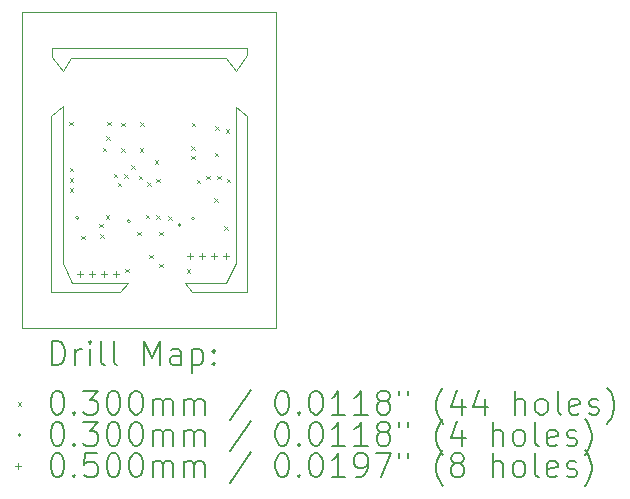
<source format=gbr>
%FSLAX45Y45*%
G04 Gerber Fmt 4.5, Leading zero omitted, Abs format (unit mm)*
G04 Created by KiCad (PCBNEW 6.0.2+dfsg-1) date 2024-05-15 15:08:56*
%MOMM*%
%LPD*%
G01*
G04 APERTURE LIST*
%TA.AperFunction,Profile*%
%ADD10C,0.100000*%
%TD*%
%ADD11C,0.200000*%
%ADD12C,0.030000*%
%ADD13C,0.050000*%
G04 APERTURE END LIST*
D10*
X12575000Y-9705000D02*
X12665000Y-9785000D01*
X12575000Y-11025000D02*
X12575000Y-9705000D01*
X11010000Y-9785000D02*
X11010000Y-11275000D01*
X11175000Y-9290000D02*
X11105000Y-9400000D01*
X10760000Y-11575000D02*
X12910000Y-11575000D01*
X12910000Y-11575000D02*
X12910000Y-8905000D01*
X12910000Y-8905000D02*
X10760000Y-8905000D01*
X10760000Y-8905000D02*
X10760000Y-11575000D01*
X11105000Y-9400000D02*
X11015000Y-9280000D01*
X12665000Y-11275000D02*
X12200000Y-11275000D01*
X12575000Y-9400000D02*
X12490000Y-9290000D01*
X12490000Y-11195000D02*
X12140000Y-11195000D01*
X11590000Y-11275000D02*
X11655000Y-11195000D01*
X11015000Y-9280000D02*
X11015000Y-9205000D01*
X12575000Y-9400000D02*
X12665000Y-9270000D01*
X11655000Y-11195000D02*
X11185000Y-11195000D01*
X11105000Y-9700000D02*
X11105000Y-11025000D01*
X12490000Y-11195000D02*
X12575000Y-11025000D01*
X11105000Y-11025000D02*
X11185000Y-11195000D01*
X11015000Y-9205000D02*
X12665000Y-9205000D01*
X12665000Y-9270000D02*
X12665000Y-9205000D01*
X12665000Y-9785000D02*
X12665000Y-11275000D01*
X12490000Y-9290000D02*
X11175000Y-9290000D01*
X11105000Y-9700000D02*
X11010000Y-9785000D01*
X11590000Y-11275000D02*
X11010000Y-11275000D01*
X12200000Y-11275000D02*
X12140000Y-11195000D01*
D11*
D12*
X11160000Y-9830000D02*
X11190000Y-9860000D01*
X11190000Y-9830000D02*
X11160000Y-9860000D01*
X11165000Y-10220000D02*
X11195000Y-10250000D01*
X11195000Y-10220000D02*
X11165000Y-10250000D01*
X11165000Y-10310000D02*
X11195000Y-10340000D01*
X11195000Y-10310000D02*
X11165000Y-10340000D01*
X11165050Y-10392886D02*
X11195050Y-10422886D01*
X11195050Y-10392886D02*
X11165050Y-10422886D01*
X11262627Y-10794970D02*
X11292627Y-10824970D01*
X11292627Y-10794970D02*
X11262627Y-10824970D01*
X11413854Y-10696146D02*
X11443854Y-10726146D01*
X11443854Y-10696146D02*
X11413854Y-10726146D01*
X11425024Y-10785026D02*
X11455024Y-10815026D01*
X11455024Y-10785026D02*
X11425024Y-10815026D01*
X11446144Y-10051144D02*
X11476144Y-10081144D01*
X11476144Y-10051144D02*
X11446144Y-10081144D01*
X11470000Y-10625000D02*
X11500000Y-10655000D01*
X11500000Y-10625000D02*
X11470000Y-10655000D01*
X11475000Y-9955000D02*
X11505000Y-9985000D01*
X11505000Y-9955000D02*
X11475000Y-9985000D01*
X11482757Y-9832243D02*
X11512757Y-9862243D01*
X11512757Y-9832243D02*
X11482757Y-9862243D01*
X11539999Y-10270000D02*
X11569999Y-10300000D01*
X11569999Y-10270000D02*
X11539999Y-10300000D01*
X11573806Y-10346094D02*
X11603806Y-10376094D01*
X11603806Y-10346094D02*
X11573806Y-10376094D01*
X11600420Y-9837660D02*
X11630420Y-9867660D01*
X11630420Y-9837660D02*
X11600420Y-9867660D01*
X11603139Y-10056100D02*
X11633139Y-10086100D01*
X11633139Y-10056100D02*
X11603139Y-10086100D01*
X11625000Y-10275000D02*
X11655000Y-10305000D01*
X11655000Y-10275000D02*
X11625000Y-10305000D01*
X11637000Y-11074000D02*
X11667000Y-11104000D01*
X11667000Y-11074000D02*
X11637000Y-11104000D01*
X11685000Y-10198750D02*
X11715000Y-10228750D01*
X11715000Y-10198750D02*
X11685000Y-10228750D01*
X11739445Y-10761192D02*
X11769445Y-10791192D01*
X11769445Y-10761192D02*
X11739445Y-10791192D01*
X11750000Y-10290000D02*
X11780000Y-10320000D01*
X11780000Y-10290000D02*
X11750000Y-10320000D01*
X11757900Y-10053560D02*
X11787900Y-10083560D01*
X11787900Y-10053560D02*
X11757900Y-10083560D01*
X11760440Y-9835120D02*
X11790440Y-9865120D01*
X11790440Y-9835120D02*
X11760440Y-9865120D01*
X11810000Y-10620000D02*
X11840000Y-10650000D01*
X11840000Y-10620000D02*
X11810000Y-10650000D01*
X11820000Y-10345000D02*
X11850000Y-10375000D01*
X11850000Y-10345000D02*
X11820000Y-10375000D01*
X11837000Y-10958000D02*
X11867000Y-10988000D01*
X11867000Y-10958000D02*
X11837000Y-10988000D01*
X11885000Y-10155000D02*
X11915000Y-10185000D01*
X11915000Y-10155000D02*
X11885000Y-10185000D01*
X11899872Y-10621340D02*
X11929872Y-10651340D01*
X11929872Y-10621340D02*
X11899872Y-10651340D01*
X11900000Y-10315000D02*
X11930000Y-10345000D01*
X11930000Y-10315000D02*
X11900000Y-10345000D01*
X11921644Y-11034356D02*
X11951644Y-11064356D01*
X11951644Y-11034356D02*
X11921644Y-11064356D01*
X11925000Y-10761192D02*
X11955000Y-10791192D01*
X11955000Y-10761192D02*
X11925000Y-10791192D01*
X12000000Y-10630000D02*
X12030000Y-10660000D01*
X12030000Y-10630000D02*
X12000000Y-10660000D01*
X12157550Y-11079941D02*
X12187550Y-11109941D01*
X12187550Y-11079941D02*
X12157550Y-11109941D01*
X12195000Y-10037912D02*
X12225000Y-10067912D01*
X12225000Y-10037912D02*
X12195000Y-10067912D01*
X12195000Y-10120000D02*
X12225000Y-10150000D01*
X12225000Y-10120000D02*
X12195000Y-10150000D01*
X12200000Y-9840000D02*
X12230000Y-9870000D01*
X12230000Y-9840000D02*
X12200000Y-9870000D01*
X12241144Y-10321144D02*
X12271144Y-10351144D01*
X12271144Y-10321144D02*
X12241144Y-10351144D01*
X12320000Y-10290000D02*
X12350000Y-10320000D01*
X12350000Y-10290000D02*
X12320000Y-10320000D01*
X12390000Y-10480000D02*
X12420000Y-10510000D01*
X12420000Y-10480000D02*
X12390000Y-10510000D01*
X12395000Y-10095000D02*
X12425000Y-10125000D01*
X12425000Y-10095000D02*
X12395000Y-10125000D01*
X12398770Y-9871230D02*
X12428770Y-9901230D01*
X12428770Y-9871230D02*
X12398770Y-9901230D01*
X12415455Y-10287450D02*
X12445455Y-10317450D01*
X12445455Y-10287450D02*
X12415455Y-10317450D01*
X12475000Y-10715000D02*
X12505000Y-10745000D01*
X12505000Y-10715000D02*
X12475000Y-10745000D01*
X12485000Y-9895000D02*
X12515000Y-9925000D01*
X12515000Y-9895000D02*
X12485000Y-9925000D01*
X12495089Y-10312598D02*
X12525089Y-10342598D01*
X12525089Y-10312598D02*
X12495089Y-10342598D01*
X11245000Y-10645000D02*
G75*
G03*
X11245000Y-10645000I-15000J0D01*
G01*
X11680000Y-10675000D02*
G75*
G03*
X11680000Y-10675000I-15000J0D01*
G01*
X12110000Y-10705000D02*
G75*
G03*
X12110000Y-10705000I-15000J0D01*
G01*
X12225000Y-10650000D02*
G75*
G03*
X12225000Y-10650000I-15000J0D01*
G01*
D13*
X11249500Y-11095000D02*
X11249500Y-11145000D01*
X11224500Y-11120000D02*
X11274500Y-11120000D01*
X11351100Y-11095000D02*
X11351100Y-11145000D01*
X11326100Y-11120000D02*
X11376100Y-11120000D01*
X11452700Y-11095000D02*
X11452700Y-11145000D01*
X11427700Y-11120000D02*
X11477700Y-11120000D01*
X11554300Y-11095000D02*
X11554300Y-11145000D01*
X11529300Y-11120000D02*
X11579300Y-11120000D01*
X12181330Y-10941270D02*
X12181330Y-10991270D01*
X12156330Y-10966270D02*
X12206330Y-10966270D01*
X12282930Y-10941270D02*
X12282930Y-10991270D01*
X12257930Y-10966270D02*
X12307930Y-10966270D01*
X12384530Y-10941270D02*
X12384530Y-10991270D01*
X12359530Y-10966270D02*
X12409530Y-10966270D01*
X12486130Y-10941270D02*
X12486130Y-10991270D01*
X12461130Y-10966270D02*
X12511130Y-10966270D01*
D11*
X11012619Y-11890476D02*
X11012619Y-11690476D01*
X11060238Y-11690476D01*
X11088810Y-11700000D01*
X11107857Y-11719048D01*
X11117381Y-11738095D01*
X11126905Y-11776190D01*
X11126905Y-11804762D01*
X11117381Y-11842857D01*
X11107857Y-11861905D01*
X11088810Y-11880952D01*
X11060238Y-11890476D01*
X11012619Y-11890476D01*
X11212619Y-11890476D02*
X11212619Y-11757143D01*
X11212619Y-11795238D02*
X11222143Y-11776190D01*
X11231667Y-11766667D01*
X11250714Y-11757143D01*
X11269762Y-11757143D01*
X11336428Y-11890476D02*
X11336428Y-11757143D01*
X11336428Y-11690476D02*
X11326905Y-11700000D01*
X11336428Y-11709524D01*
X11345952Y-11700000D01*
X11336428Y-11690476D01*
X11336428Y-11709524D01*
X11460238Y-11890476D02*
X11441190Y-11880952D01*
X11431667Y-11861905D01*
X11431667Y-11690476D01*
X11565000Y-11890476D02*
X11545952Y-11880952D01*
X11536428Y-11861905D01*
X11536428Y-11690476D01*
X11793571Y-11890476D02*
X11793571Y-11690476D01*
X11860238Y-11833333D01*
X11926905Y-11690476D01*
X11926905Y-11890476D01*
X12107857Y-11890476D02*
X12107857Y-11785714D01*
X12098333Y-11766667D01*
X12079286Y-11757143D01*
X12041190Y-11757143D01*
X12022143Y-11766667D01*
X12107857Y-11880952D02*
X12088809Y-11890476D01*
X12041190Y-11890476D01*
X12022143Y-11880952D01*
X12012619Y-11861905D01*
X12012619Y-11842857D01*
X12022143Y-11823809D01*
X12041190Y-11814286D01*
X12088809Y-11814286D01*
X12107857Y-11804762D01*
X12203095Y-11757143D02*
X12203095Y-11957143D01*
X12203095Y-11766667D02*
X12222143Y-11757143D01*
X12260238Y-11757143D01*
X12279286Y-11766667D01*
X12288809Y-11776190D01*
X12298333Y-11795238D01*
X12298333Y-11852381D01*
X12288809Y-11871428D01*
X12279286Y-11880952D01*
X12260238Y-11890476D01*
X12222143Y-11890476D01*
X12203095Y-11880952D01*
X12384048Y-11871428D02*
X12393571Y-11880952D01*
X12384048Y-11890476D01*
X12374524Y-11880952D01*
X12384048Y-11871428D01*
X12384048Y-11890476D01*
X12384048Y-11766667D02*
X12393571Y-11776190D01*
X12384048Y-11785714D01*
X12374524Y-11776190D01*
X12384048Y-11766667D01*
X12384048Y-11785714D01*
D12*
X10725000Y-12205000D02*
X10755000Y-12235000D01*
X10755000Y-12205000D02*
X10725000Y-12235000D01*
D11*
X11050714Y-12110476D02*
X11069762Y-12110476D01*
X11088810Y-12120000D01*
X11098333Y-12129524D01*
X11107857Y-12148571D01*
X11117381Y-12186667D01*
X11117381Y-12234286D01*
X11107857Y-12272381D01*
X11098333Y-12291428D01*
X11088810Y-12300952D01*
X11069762Y-12310476D01*
X11050714Y-12310476D01*
X11031667Y-12300952D01*
X11022143Y-12291428D01*
X11012619Y-12272381D01*
X11003095Y-12234286D01*
X11003095Y-12186667D01*
X11012619Y-12148571D01*
X11022143Y-12129524D01*
X11031667Y-12120000D01*
X11050714Y-12110476D01*
X11203095Y-12291428D02*
X11212619Y-12300952D01*
X11203095Y-12310476D01*
X11193571Y-12300952D01*
X11203095Y-12291428D01*
X11203095Y-12310476D01*
X11279286Y-12110476D02*
X11403095Y-12110476D01*
X11336428Y-12186667D01*
X11365000Y-12186667D01*
X11384048Y-12196190D01*
X11393571Y-12205714D01*
X11403095Y-12224762D01*
X11403095Y-12272381D01*
X11393571Y-12291428D01*
X11384048Y-12300952D01*
X11365000Y-12310476D01*
X11307857Y-12310476D01*
X11288809Y-12300952D01*
X11279286Y-12291428D01*
X11526905Y-12110476D02*
X11545952Y-12110476D01*
X11565000Y-12120000D01*
X11574524Y-12129524D01*
X11584048Y-12148571D01*
X11593571Y-12186667D01*
X11593571Y-12234286D01*
X11584048Y-12272381D01*
X11574524Y-12291428D01*
X11565000Y-12300952D01*
X11545952Y-12310476D01*
X11526905Y-12310476D01*
X11507857Y-12300952D01*
X11498333Y-12291428D01*
X11488809Y-12272381D01*
X11479286Y-12234286D01*
X11479286Y-12186667D01*
X11488809Y-12148571D01*
X11498333Y-12129524D01*
X11507857Y-12120000D01*
X11526905Y-12110476D01*
X11717381Y-12110476D02*
X11736428Y-12110476D01*
X11755476Y-12120000D01*
X11765000Y-12129524D01*
X11774524Y-12148571D01*
X11784048Y-12186667D01*
X11784048Y-12234286D01*
X11774524Y-12272381D01*
X11765000Y-12291428D01*
X11755476Y-12300952D01*
X11736428Y-12310476D01*
X11717381Y-12310476D01*
X11698333Y-12300952D01*
X11688809Y-12291428D01*
X11679286Y-12272381D01*
X11669762Y-12234286D01*
X11669762Y-12186667D01*
X11679286Y-12148571D01*
X11688809Y-12129524D01*
X11698333Y-12120000D01*
X11717381Y-12110476D01*
X11869762Y-12310476D02*
X11869762Y-12177143D01*
X11869762Y-12196190D02*
X11879286Y-12186667D01*
X11898333Y-12177143D01*
X11926905Y-12177143D01*
X11945952Y-12186667D01*
X11955476Y-12205714D01*
X11955476Y-12310476D01*
X11955476Y-12205714D02*
X11965000Y-12186667D01*
X11984048Y-12177143D01*
X12012619Y-12177143D01*
X12031667Y-12186667D01*
X12041190Y-12205714D01*
X12041190Y-12310476D01*
X12136428Y-12310476D02*
X12136428Y-12177143D01*
X12136428Y-12196190D02*
X12145952Y-12186667D01*
X12165000Y-12177143D01*
X12193571Y-12177143D01*
X12212619Y-12186667D01*
X12222143Y-12205714D01*
X12222143Y-12310476D01*
X12222143Y-12205714D02*
X12231667Y-12186667D01*
X12250714Y-12177143D01*
X12279286Y-12177143D01*
X12298333Y-12186667D01*
X12307857Y-12205714D01*
X12307857Y-12310476D01*
X12698333Y-12100952D02*
X12526905Y-12358095D01*
X12955476Y-12110476D02*
X12974524Y-12110476D01*
X12993571Y-12120000D01*
X13003095Y-12129524D01*
X13012619Y-12148571D01*
X13022143Y-12186667D01*
X13022143Y-12234286D01*
X13012619Y-12272381D01*
X13003095Y-12291428D01*
X12993571Y-12300952D01*
X12974524Y-12310476D01*
X12955476Y-12310476D01*
X12936428Y-12300952D01*
X12926905Y-12291428D01*
X12917381Y-12272381D01*
X12907857Y-12234286D01*
X12907857Y-12186667D01*
X12917381Y-12148571D01*
X12926905Y-12129524D01*
X12936428Y-12120000D01*
X12955476Y-12110476D01*
X13107857Y-12291428D02*
X13117381Y-12300952D01*
X13107857Y-12310476D01*
X13098333Y-12300952D01*
X13107857Y-12291428D01*
X13107857Y-12310476D01*
X13241190Y-12110476D02*
X13260238Y-12110476D01*
X13279286Y-12120000D01*
X13288809Y-12129524D01*
X13298333Y-12148571D01*
X13307857Y-12186667D01*
X13307857Y-12234286D01*
X13298333Y-12272381D01*
X13288809Y-12291428D01*
X13279286Y-12300952D01*
X13260238Y-12310476D01*
X13241190Y-12310476D01*
X13222143Y-12300952D01*
X13212619Y-12291428D01*
X13203095Y-12272381D01*
X13193571Y-12234286D01*
X13193571Y-12186667D01*
X13203095Y-12148571D01*
X13212619Y-12129524D01*
X13222143Y-12120000D01*
X13241190Y-12110476D01*
X13498333Y-12310476D02*
X13384048Y-12310476D01*
X13441190Y-12310476D02*
X13441190Y-12110476D01*
X13422143Y-12139048D01*
X13403095Y-12158095D01*
X13384048Y-12167619D01*
X13688809Y-12310476D02*
X13574524Y-12310476D01*
X13631667Y-12310476D02*
X13631667Y-12110476D01*
X13612619Y-12139048D01*
X13593571Y-12158095D01*
X13574524Y-12167619D01*
X13803095Y-12196190D02*
X13784048Y-12186667D01*
X13774524Y-12177143D01*
X13765000Y-12158095D01*
X13765000Y-12148571D01*
X13774524Y-12129524D01*
X13784048Y-12120000D01*
X13803095Y-12110476D01*
X13841190Y-12110476D01*
X13860238Y-12120000D01*
X13869762Y-12129524D01*
X13879286Y-12148571D01*
X13879286Y-12158095D01*
X13869762Y-12177143D01*
X13860238Y-12186667D01*
X13841190Y-12196190D01*
X13803095Y-12196190D01*
X13784048Y-12205714D01*
X13774524Y-12215238D01*
X13765000Y-12234286D01*
X13765000Y-12272381D01*
X13774524Y-12291428D01*
X13784048Y-12300952D01*
X13803095Y-12310476D01*
X13841190Y-12310476D01*
X13860238Y-12300952D01*
X13869762Y-12291428D01*
X13879286Y-12272381D01*
X13879286Y-12234286D01*
X13869762Y-12215238D01*
X13860238Y-12205714D01*
X13841190Y-12196190D01*
X13955476Y-12110476D02*
X13955476Y-12148571D01*
X14031667Y-12110476D02*
X14031667Y-12148571D01*
X14326905Y-12386667D02*
X14317381Y-12377143D01*
X14298333Y-12348571D01*
X14288809Y-12329524D01*
X14279286Y-12300952D01*
X14269762Y-12253333D01*
X14269762Y-12215238D01*
X14279286Y-12167619D01*
X14288809Y-12139048D01*
X14298333Y-12120000D01*
X14317381Y-12091428D01*
X14326905Y-12081905D01*
X14488809Y-12177143D02*
X14488809Y-12310476D01*
X14441190Y-12100952D02*
X14393571Y-12243809D01*
X14517381Y-12243809D01*
X14679286Y-12177143D02*
X14679286Y-12310476D01*
X14631667Y-12100952D02*
X14584048Y-12243809D01*
X14707857Y-12243809D01*
X14936428Y-12310476D02*
X14936428Y-12110476D01*
X15022143Y-12310476D02*
X15022143Y-12205714D01*
X15012619Y-12186667D01*
X14993571Y-12177143D01*
X14965000Y-12177143D01*
X14945952Y-12186667D01*
X14936428Y-12196190D01*
X15145952Y-12310476D02*
X15126905Y-12300952D01*
X15117381Y-12291428D01*
X15107857Y-12272381D01*
X15107857Y-12215238D01*
X15117381Y-12196190D01*
X15126905Y-12186667D01*
X15145952Y-12177143D01*
X15174524Y-12177143D01*
X15193571Y-12186667D01*
X15203095Y-12196190D01*
X15212619Y-12215238D01*
X15212619Y-12272381D01*
X15203095Y-12291428D01*
X15193571Y-12300952D01*
X15174524Y-12310476D01*
X15145952Y-12310476D01*
X15326905Y-12310476D02*
X15307857Y-12300952D01*
X15298333Y-12281905D01*
X15298333Y-12110476D01*
X15479286Y-12300952D02*
X15460238Y-12310476D01*
X15422143Y-12310476D01*
X15403095Y-12300952D01*
X15393571Y-12281905D01*
X15393571Y-12205714D01*
X15403095Y-12186667D01*
X15422143Y-12177143D01*
X15460238Y-12177143D01*
X15479286Y-12186667D01*
X15488809Y-12205714D01*
X15488809Y-12224762D01*
X15393571Y-12243809D01*
X15565000Y-12300952D02*
X15584048Y-12310476D01*
X15622143Y-12310476D01*
X15641190Y-12300952D01*
X15650714Y-12281905D01*
X15650714Y-12272381D01*
X15641190Y-12253333D01*
X15622143Y-12243809D01*
X15593571Y-12243809D01*
X15574524Y-12234286D01*
X15565000Y-12215238D01*
X15565000Y-12205714D01*
X15574524Y-12186667D01*
X15593571Y-12177143D01*
X15622143Y-12177143D01*
X15641190Y-12186667D01*
X15717381Y-12386667D02*
X15726905Y-12377143D01*
X15745952Y-12348571D01*
X15755476Y-12329524D01*
X15765000Y-12300952D01*
X15774524Y-12253333D01*
X15774524Y-12215238D01*
X15765000Y-12167619D01*
X15755476Y-12139048D01*
X15745952Y-12120000D01*
X15726905Y-12091428D01*
X15717381Y-12081905D01*
D12*
X10755000Y-12484000D02*
G75*
G03*
X10755000Y-12484000I-15000J0D01*
G01*
D11*
X11050714Y-12374476D02*
X11069762Y-12374476D01*
X11088810Y-12384000D01*
X11098333Y-12393524D01*
X11107857Y-12412571D01*
X11117381Y-12450667D01*
X11117381Y-12498286D01*
X11107857Y-12536381D01*
X11098333Y-12555428D01*
X11088810Y-12564952D01*
X11069762Y-12574476D01*
X11050714Y-12574476D01*
X11031667Y-12564952D01*
X11022143Y-12555428D01*
X11012619Y-12536381D01*
X11003095Y-12498286D01*
X11003095Y-12450667D01*
X11012619Y-12412571D01*
X11022143Y-12393524D01*
X11031667Y-12384000D01*
X11050714Y-12374476D01*
X11203095Y-12555428D02*
X11212619Y-12564952D01*
X11203095Y-12574476D01*
X11193571Y-12564952D01*
X11203095Y-12555428D01*
X11203095Y-12574476D01*
X11279286Y-12374476D02*
X11403095Y-12374476D01*
X11336428Y-12450667D01*
X11365000Y-12450667D01*
X11384048Y-12460190D01*
X11393571Y-12469714D01*
X11403095Y-12488762D01*
X11403095Y-12536381D01*
X11393571Y-12555428D01*
X11384048Y-12564952D01*
X11365000Y-12574476D01*
X11307857Y-12574476D01*
X11288809Y-12564952D01*
X11279286Y-12555428D01*
X11526905Y-12374476D02*
X11545952Y-12374476D01*
X11565000Y-12384000D01*
X11574524Y-12393524D01*
X11584048Y-12412571D01*
X11593571Y-12450667D01*
X11593571Y-12498286D01*
X11584048Y-12536381D01*
X11574524Y-12555428D01*
X11565000Y-12564952D01*
X11545952Y-12574476D01*
X11526905Y-12574476D01*
X11507857Y-12564952D01*
X11498333Y-12555428D01*
X11488809Y-12536381D01*
X11479286Y-12498286D01*
X11479286Y-12450667D01*
X11488809Y-12412571D01*
X11498333Y-12393524D01*
X11507857Y-12384000D01*
X11526905Y-12374476D01*
X11717381Y-12374476D02*
X11736428Y-12374476D01*
X11755476Y-12384000D01*
X11765000Y-12393524D01*
X11774524Y-12412571D01*
X11784048Y-12450667D01*
X11784048Y-12498286D01*
X11774524Y-12536381D01*
X11765000Y-12555428D01*
X11755476Y-12564952D01*
X11736428Y-12574476D01*
X11717381Y-12574476D01*
X11698333Y-12564952D01*
X11688809Y-12555428D01*
X11679286Y-12536381D01*
X11669762Y-12498286D01*
X11669762Y-12450667D01*
X11679286Y-12412571D01*
X11688809Y-12393524D01*
X11698333Y-12384000D01*
X11717381Y-12374476D01*
X11869762Y-12574476D02*
X11869762Y-12441143D01*
X11869762Y-12460190D02*
X11879286Y-12450667D01*
X11898333Y-12441143D01*
X11926905Y-12441143D01*
X11945952Y-12450667D01*
X11955476Y-12469714D01*
X11955476Y-12574476D01*
X11955476Y-12469714D02*
X11965000Y-12450667D01*
X11984048Y-12441143D01*
X12012619Y-12441143D01*
X12031667Y-12450667D01*
X12041190Y-12469714D01*
X12041190Y-12574476D01*
X12136428Y-12574476D02*
X12136428Y-12441143D01*
X12136428Y-12460190D02*
X12145952Y-12450667D01*
X12165000Y-12441143D01*
X12193571Y-12441143D01*
X12212619Y-12450667D01*
X12222143Y-12469714D01*
X12222143Y-12574476D01*
X12222143Y-12469714D02*
X12231667Y-12450667D01*
X12250714Y-12441143D01*
X12279286Y-12441143D01*
X12298333Y-12450667D01*
X12307857Y-12469714D01*
X12307857Y-12574476D01*
X12698333Y-12364952D02*
X12526905Y-12622095D01*
X12955476Y-12374476D02*
X12974524Y-12374476D01*
X12993571Y-12384000D01*
X13003095Y-12393524D01*
X13012619Y-12412571D01*
X13022143Y-12450667D01*
X13022143Y-12498286D01*
X13012619Y-12536381D01*
X13003095Y-12555428D01*
X12993571Y-12564952D01*
X12974524Y-12574476D01*
X12955476Y-12574476D01*
X12936428Y-12564952D01*
X12926905Y-12555428D01*
X12917381Y-12536381D01*
X12907857Y-12498286D01*
X12907857Y-12450667D01*
X12917381Y-12412571D01*
X12926905Y-12393524D01*
X12936428Y-12384000D01*
X12955476Y-12374476D01*
X13107857Y-12555428D02*
X13117381Y-12564952D01*
X13107857Y-12574476D01*
X13098333Y-12564952D01*
X13107857Y-12555428D01*
X13107857Y-12574476D01*
X13241190Y-12374476D02*
X13260238Y-12374476D01*
X13279286Y-12384000D01*
X13288809Y-12393524D01*
X13298333Y-12412571D01*
X13307857Y-12450667D01*
X13307857Y-12498286D01*
X13298333Y-12536381D01*
X13288809Y-12555428D01*
X13279286Y-12564952D01*
X13260238Y-12574476D01*
X13241190Y-12574476D01*
X13222143Y-12564952D01*
X13212619Y-12555428D01*
X13203095Y-12536381D01*
X13193571Y-12498286D01*
X13193571Y-12450667D01*
X13203095Y-12412571D01*
X13212619Y-12393524D01*
X13222143Y-12384000D01*
X13241190Y-12374476D01*
X13498333Y-12574476D02*
X13384048Y-12574476D01*
X13441190Y-12574476D02*
X13441190Y-12374476D01*
X13422143Y-12403048D01*
X13403095Y-12422095D01*
X13384048Y-12431619D01*
X13688809Y-12574476D02*
X13574524Y-12574476D01*
X13631667Y-12574476D02*
X13631667Y-12374476D01*
X13612619Y-12403048D01*
X13593571Y-12422095D01*
X13574524Y-12431619D01*
X13803095Y-12460190D02*
X13784048Y-12450667D01*
X13774524Y-12441143D01*
X13765000Y-12422095D01*
X13765000Y-12412571D01*
X13774524Y-12393524D01*
X13784048Y-12384000D01*
X13803095Y-12374476D01*
X13841190Y-12374476D01*
X13860238Y-12384000D01*
X13869762Y-12393524D01*
X13879286Y-12412571D01*
X13879286Y-12422095D01*
X13869762Y-12441143D01*
X13860238Y-12450667D01*
X13841190Y-12460190D01*
X13803095Y-12460190D01*
X13784048Y-12469714D01*
X13774524Y-12479238D01*
X13765000Y-12498286D01*
X13765000Y-12536381D01*
X13774524Y-12555428D01*
X13784048Y-12564952D01*
X13803095Y-12574476D01*
X13841190Y-12574476D01*
X13860238Y-12564952D01*
X13869762Y-12555428D01*
X13879286Y-12536381D01*
X13879286Y-12498286D01*
X13869762Y-12479238D01*
X13860238Y-12469714D01*
X13841190Y-12460190D01*
X13955476Y-12374476D02*
X13955476Y-12412571D01*
X14031667Y-12374476D02*
X14031667Y-12412571D01*
X14326905Y-12650667D02*
X14317381Y-12641143D01*
X14298333Y-12612571D01*
X14288809Y-12593524D01*
X14279286Y-12564952D01*
X14269762Y-12517333D01*
X14269762Y-12479238D01*
X14279286Y-12431619D01*
X14288809Y-12403048D01*
X14298333Y-12384000D01*
X14317381Y-12355428D01*
X14326905Y-12345905D01*
X14488809Y-12441143D02*
X14488809Y-12574476D01*
X14441190Y-12364952D02*
X14393571Y-12507809D01*
X14517381Y-12507809D01*
X14745952Y-12574476D02*
X14745952Y-12374476D01*
X14831667Y-12574476D02*
X14831667Y-12469714D01*
X14822143Y-12450667D01*
X14803095Y-12441143D01*
X14774524Y-12441143D01*
X14755476Y-12450667D01*
X14745952Y-12460190D01*
X14955476Y-12574476D02*
X14936428Y-12564952D01*
X14926905Y-12555428D01*
X14917381Y-12536381D01*
X14917381Y-12479238D01*
X14926905Y-12460190D01*
X14936428Y-12450667D01*
X14955476Y-12441143D01*
X14984048Y-12441143D01*
X15003095Y-12450667D01*
X15012619Y-12460190D01*
X15022143Y-12479238D01*
X15022143Y-12536381D01*
X15012619Y-12555428D01*
X15003095Y-12564952D01*
X14984048Y-12574476D01*
X14955476Y-12574476D01*
X15136428Y-12574476D02*
X15117381Y-12564952D01*
X15107857Y-12545905D01*
X15107857Y-12374476D01*
X15288809Y-12564952D02*
X15269762Y-12574476D01*
X15231667Y-12574476D01*
X15212619Y-12564952D01*
X15203095Y-12545905D01*
X15203095Y-12469714D01*
X15212619Y-12450667D01*
X15231667Y-12441143D01*
X15269762Y-12441143D01*
X15288809Y-12450667D01*
X15298333Y-12469714D01*
X15298333Y-12488762D01*
X15203095Y-12507809D01*
X15374524Y-12564952D02*
X15393571Y-12574476D01*
X15431667Y-12574476D01*
X15450714Y-12564952D01*
X15460238Y-12545905D01*
X15460238Y-12536381D01*
X15450714Y-12517333D01*
X15431667Y-12507809D01*
X15403095Y-12507809D01*
X15384048Y-12498286D01*
X15374524Y-12479238D01*
X15374524Y-12469714D01*
X15384048Y-12450667D01*
X15403095Y-12441143D01*
X15431667Y-12441143D01*
X15450714Y-12450667D01*
X15526905Y-12650667D02*
X15536428Y-12641143D01*
X15555476Y-12612571D01*
X15565000Y-12593524D01*
X15574524Y-12564952D01*
X15584048Y-12517333D01*
X15584048Y-12479238D01*
X15574524Y-12431619D01*
X15565000Y-12403048D01*
X15555476Y-12384000D01*
X15536428Y-12355428D01*
X15526905Y-12345905D01*
D13*
X10730000Y-12723000D02*
X10730000Y-12773000D01*
X10705000Y-12748000D02*
X10755000Y-12748000D01*
D11*
X11050714Y-12638476D02*
X11069762Y-12638476D01*
X11088810Y-12648000D01*
X11098333Y-12657524D01*
X11107857Y-12676571D01*
X11117381Y-12714667D01*
X11117381Y-12762286D01*
X11107857Y-12800381D01*
X11098333Y-12819428D01*
X11088810Y-12828952D01*
X11069762Y-12838476D01*
X11050714Y-12838476D01*
X11031667Y-12828952D01*
X11022143Y-12819428D01*
X11012619Y-12800381D01*
X11003095Y-12762286D01*
X11003095Y-12714667D01*
X11012619Y-12676571D01*
X11022143Y-12657524D01*
X11031667Y-12648000D01*
X11050714Y-12638476D01*
X11203095Y-12819428D02*
X11212619Y-12828952D01*
X11203095Y-12838476D01*
X11193571Y-12828952D01*
X11203095Y-12819428D01*
X11203095Y-12838476D01*
X11393571Y-12638476D02*
X11298333Y-12638476D01*
X11288809Y-12733714D01*
X11298333Y-12724190D01*
X11317381Y-12714667D01*
X11365000Y-12714667D01*
X11384048Y-12724190D01*
X11393571Y-12733714D01*
X11403095Y-12752762D01*
X11403095Y-12800381D01*
X11393571Y-12819428D01*
X11384048Y-12828952D01*
X11365000Y-12838476D01*
X11317381Y-12838476D01*
X11298333Y-12828952D01*
X11288809Y-12819428D01*
X11526905Y-12638476D02*
X11545952Y-12638476D01*
X11565000Y-12648000D01*
X11574524Y-12657524D01*
X11584048Y-12676571D01*
X11593571Y-12714667D01*
X11593571Y-12762286D01*
X11584048Y-12800381D01*
X11574524Y-12819428D01*
X11565000Y-12828952D01*
X11545952Y-12838476D01*
X11526905Y-12838476D01*
X11507857Y-12828952D01*
X11498333Y-12819428D01*
X11488809Y-12800381D01*
X11479286Y-12762286D01*
X11479286Y-12714667D01*
X11488809Y-12676571D01*
X11498333Y-12657524D01*
X11507857Y-12648000D01*
X11526905Y-12638476D01*
X11717381Y-12638476D02*
X11736428Y-12638476D01*
X11755476Y-12648000D01*
X11765000Y-12657524D01*
X11774524Y-12676571D01*
X11784048Y-12714667D01*
X11784048Y-12762286D01*
X11774524Y-12800381D01*
X11765000Y-12819428D01*
X11755476Y-12828952D01*
X11736428Y-12838476D01*
X11717381Y-12838476D01*
X11698333Y-12828952D01*
X11688809Y-12819428D01*
X11679286Y-12800381D01*
X11669762Y-12762286D01*
X11669762Y-12714667D01*
X11679286Y-12676571D01*
X11688809Y-12657524D01*
X11698333Y-12648000D01*
X11717381Y-12638476D01*
X11869762Y-12838476D02*
X11869762Y-12705143D01*
X11869762Y-12724190D02*
X11879286Y-12714667D01*
X11898333Y-12705143D01*
X11926905Y-12705143D01*
X11945952Y-12714667D01*
X11955476Y-12733714D01*
X11955476Y-12838476D01*
X11955476Y-12733714D02*
X11965000Y-12714667D01*
X11984048Y-12705143D01*
X12012619Y-12705143D01*
X12031667Y-12714667D01*
X12041190Y-12733714D01*
X12041190Y-12838476D01*
X12136428Y-12838476D02*
X12136428Y-12705143D01*
X12136428Y-12724190D02*
X12145952Y-12714667D01*
X12165000Y-12705143D01*
X12193571Y-12705143D01*
X12212619Y-12714667D01*
X12222143Y-12733714D01*
X12222143Y-12838476D01*
X12222143Y-12733714D02*
X12231667Y-12714667D01*
X12250714Y-12705143D01*
X12279286Y-12705143D01*
X12298333Y-12714667D01*
X12307857Y-12733714D01*
X12307857Y-12838476D01*
X12698333Y-12628952D02*
X12526905Y-12886095D01*
X12955476Y-12638476D02*
X12974524Y-12638476D01*
X12993571Y-12648000D01*
X13003095Y-12657524D01*
X13012619Y-12676571D01*
X13022143Y-12714667D01*
X13022143Y-12762286D01*
X13012619Y-12800381D01*
X13003095Y-12819428D01*
X12993571Y-12828952D01*
X12974524Y-12838476D01*
X12955476Y-12838476D01*
X12936428Y-12828952D01*
X12926905Y-12819428D01*
X12917381Y-12800381D01*
X12907857Y-12762286D01*
X12907857Y-12714667D01*
X12917381Y-12676571D01*
X12926905Y-12657524D01*
X12936428Y-12648000D01*
X12955476Y-12638476D01*
X13107857Y-12819428D02*
X13117381Y-12828952D01*
X13107857Y-12838476D01*
X13098333Y-12828952D01*
X13107857Y-12819428D01*
X13107857Y-12838476D01*
X13241190Y-12638476D02*
X13260238Y-12638476D01*
X13279286Y-12648000D01*
X13288809Y-12657524D01*
X13298333Y-12676571D01*
X13307857Y-12714667D01*
X13307857Y-12762286D01*
X13298333Y-12800381D01*
X13288809Y-12819428D01*
X13279286Y-12828952D01*
X13260238Y-12838476D01*
X13241190Y-12838476D01*
X13222143Y-12828952D01*
X13212619Y-12819428D01*
X13203095Y-12800381D01*
X13193571Y-12762286D01*
X13193571Y-12714667D01*
X13203095Y-12676571D01*
X13212619Y-12657524D01*
X13222143Y-12648000D01*
X13241190Y-12638476D01*
X13498333Y-12838476D02*
X13384048Y-12838476D01*
X13441190Y-12838476D02*
X13441190Y-12638476D01*
X13422143Y-12667048D01*
X13403095Y-12686095D01*
X13384048Y-12695619D01*
X13593571Y-12838476D02*
X13631667Y-12838476D01*
X13650714Y-12828952D01*
X13660238Y-12819428D01*
X13679286Y-12790857D01*
X13688809Y-12752762D01*
X13688809Y-12676571D01*
X13679286Y-12657524D01*
X13669762Y-12648000D01*
X13650714Y-12638476D01*
X13612619Y-12638476D01*
X13593571Y-12648000D01*
X13584048Y-12657524D01*
X13574524Y-12676571D01*
X13574524Y-12724190D01*
X13584048Y-12743238D01*
X13593571Y-12752762D01*
X13612619Y-12762286D01*
X13650714Y-12762286D01*
X13669762Y-12752762D01*
X13679286Y-12743238D01*
X13688809Y-12724190D01*
X13755476Y-12638476D02*
X13888809Y-12638476D01*
X13803095Y-12838476D01*
X13955476Y-12638476D02*
X13955476Y-12676571D01*
X14031667Y-12638476D02*
X14031667Y-12676571D01*
X14326905Y-12914667D02*
X14317381Y-12905143D01*
X14298333Y-12876571D01*
X14288809Y-12857524D01*
X14279286Y-12828952D01*
X14269762Y-12781333D01*
X14269762Y-12743238D01*
X14279286Y-12695619D01*
X14288809Y-12667048D01*
X14298333Y-12648000D01*
X14317381Y-12619428D01*
X14326905Y-12609905D01*
X14431667Y-12724190D02*
X14412619Y-12714667D01*
X14403095Y-12705143D01*
X14393571Y-12686095D01*
X14393571Y-12676571D01*
X14403095Y-12657524D01*
X14412619Y-12648000D01*
X14431667Y-12638476D01*
X14469762Y-12638476D01*
X14488809Y-12648000D01*
X14498333Y-12657524D01*
X14507857Y-12676571D01*
X14507857Y-12686095D01*
X14498333Y-12705143D01*
X14488809Y-12714667D01*
X14469762Y-12724190D01*
X14431667Y-12724190D01*
X14412619Y-12733714D01*
X14403095Y-12743238D01*
X14393571Y-12762286D01*
X14393571Y-12800381D01*
X14403095Y-12819428D01*
X14412619Y-12828952D01*
X14431667Y-12838476D01*
X14469762Y-12838476D01*
X14488809Y-12828952D01*
X14498333Y-12819428D01*
X14507857Y-12800381D01*
X14507857Y-12762286D01*
X14498333Y-12743238D01*
X14488809Y-12733714D01*
X14469762Y-12724190D01*
X14745952Y-12838476D02*
X14745952Y-12638476D01*
X14831667Y-12838476D02*
X14831667Y-12733714D01*
X14822143Y-12714667D01*
X14803095Y-12705143D01*
X14774524Y-12705143D01*
X14755476Y-12714667D01*
X14745952Y-12724190D01*
X14955476Y-12838476D02*
X14936428Y-12828952D01*
X14926905Y-12819428D01*
X14917381Y-12800381D01*
X14917381Y-12743238D01*
X14926905Y-12724190D01*
X14936428Y-12714667D01*
X14955476Y-12705143D01*
X14984048Y-12705143D01*
X15003095Y-12714667D01*
X15012619Y-12724190D01*
X15022143Y-12743238D01*
X15022143Y-12800381D01*
X15012619Y-12819428D01*
X15003095Y-12828952D01*
X14984048Y-12838476D01*
X14955476Y-12838476D01*
X15136428Y-12838476D02*
X15117381Y-12828952D01*
X15107857Y-12809905D01*
X15107857Y-12638476D01*
X15288809Y-12828952D02*
X15269762Y-12838476D01*
X15231667Y-12838476D01*
X15212619Y-12828952D01*
X15203095Y-12809905D01*
X15203095Y-12733714D01*
X15212619Y-12714667D01*
X15231667Y-12705143D01*
X15269762Y-12705143D01*
X15288809Y-12714667D01*
X15298333Y-12733714D01*
X15298333Y-12752762D01*
X15203095Y-12771809D01*
X15374524Y-12828952D02*
X15393571Y-12838476D01*
X15431667Y-12838476D01*
X15450714Y-12828952D01*
X15460238Y-12809905D01*
X15460238Y-12800381D01*
X15450714Y-12781333D01*
X15431667Y-12771809D01*
X15403095Y-12771809D01*
X15384048Y-12762286D01*
X15374524Y-12743238D01*
X15374524Y-12733714D01*
X15384048Y-12714667D01*
X15403095Y-12705143D01*
X15431667Y-12705143D01*
X15450714Y-12714667D01*
X15526905Y-12914667D02*
X15536428Y-12905143D01*
X15555476Y-12876571D01*
X15565000Y-12857524D01*
X15574524Y-12828952D01*
X15584048Y-12781333D01*
X15584048Y-12743238D01*
X15574524Y-12695619D01*
X15565000Y-12667048D01*
X15555476Y-12648000D01*
X15536428Y-12619428D01*
X15526905Y-12609905D01*
M02*

</source>
